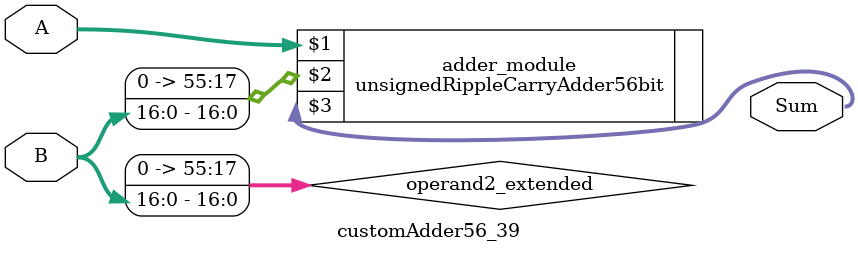
<source format=v>
module customAdder56_39(
                        input [55 : 0] A,
                        input [16 : 0] B,
                        
                        output [56 : 0] Sum
                );

        wire [55 : 0] operand2_extended;
        
        assign operand2_extended =  {39'b0, B};
        
        unsignedRippleCarryAdder56bit adder_module(
            A,
            operand2_extended,
            Sum
        );
        
        endmodule
        
</source>
